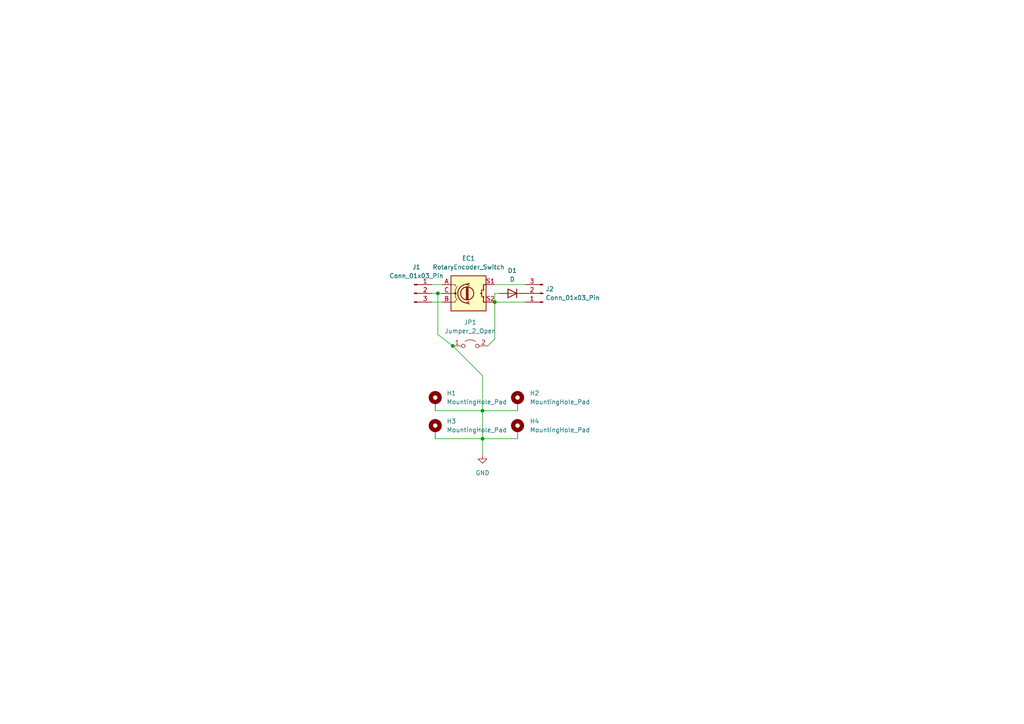
<source format=kicad_sch>
(kicad_sch (version 20230121) (generator eeschema)
  (paper "A4")
  (lib_symbols
    (symbol "Connector:Conn_01x03_Pin" (pin_names (offset 1.016) hide)
      (property "Reference" "J" (at 0 5.08 0))
      (property "Value" "Conn_01x03_Pin" (at 0 -5.08 0))
      (symbol "Conn_01x03_Pin_1_1"
        (polyline (pts (xy 1.27 -2.54) (xy 0.8636 -2.54)) (stroke (width 0.1524)))
        (polyline (pts (xy 1.27 0) (xy 0.8636 0)) (stroke (width 0.1524)))
        (polyline (pts (xy 1.27 2.54) (xy 0.8636 2.54)) (stroke (width 0.1524)))
        (rectangle (start 0.8636 -2.413) (end 0 -2.667) (stroke (width 0.1524)) (fill (type outline)))
        (rectangle (start 0.8636 0.127) (end 0 -0.127) (stroke (width 0.1524)) (fill (type outline)))
        (rectangle (start 0.8636 2.667) (end 0 2.413) (stroke (width 0.1524)) (fill (type outline)))
        (pin passive line (at 5.08 2.54 180) (length 3.81) (name "Pin_1") (number "1"))
        (pin passive line (at 5.08 0 180) (length 3.81) (name "Pin_2") (number "2"))
        (pin passive line (at 5.08 -2.54 180) (length 3.81) (name "Pin_3") (number "3"))
      )
    )
    (symbol "Device:D" (pin_numbers hide) (pin_names (offset 1.016) hide)
      (property "Reference" "D" (at 0 2.54 0))
      (property "Value" "D" (at 0 -2.54 0))
      (symbol "D_0_1"
        (polyline (pts (xy -1.27 1.27) (xy -1.27 -1.27)) (stroke (width 0.254)))
        (polyline (pts (xy 1.27 0) (xy -1.27 0)))
        (polyline (pts (xy 1.27 1.27) (xy 1.27 -1.27) (xy -1.27 0) (xy 1.27 1.27)) (stroke (width 0.254)))
      )
      (symbol "D_1_1"
        (pin passive line (at -3.81 0 0) (length 2.54) (name "K") (number "1"))
        (pin passive line (at 3.81 0 180) (length 2.54) (name "A") (number "2"))
      )
    )
    (symbol "Device:RotaryEncoder_Switch" (pin_names (offset 0.254) hide)
      (property "Reference" "SW" (at 0 6.604 0))
      (property "Value" "RotaryEncoder_Switch" (at 0 -6.604 0))
      (symbol "RotaryEncoder_Switch_0_1"
        (rectangle (start -5.08 5.08) (end 5.08 -5.08) (stroke (width 0.254)) (fill (type background)))
        (circle (center -3.81 0) (radius 0.254) (fill (type outline)))
        (circle (center -0.381 0) (radius 1.905) (stroke (width 0.254)))
        (arc (start -0.381 2.667) (mid -3.0988 -0.0635) (end -0.381 -2.794) (stroke (width 0.254)))
        (polyline (pts (xy -0.635 -1.778) (xy -0.635 1.778)) (stroke (width 0.254)))
        (polyline (pts (xy -0.381 -1.778) (xy -0.381 1.778)) (stroke (width 0.254)))
        (polyline (pts (xy -0.127 1.778) (xy -0.127 -1.778)) (stroke (width 0.254)))
        (polyline (pts (xy 3.81 0) (xy 3.429 0)) (stroke (width 0.254)))
        (polyline (pts (xy 3.81 1.016) (xy 3.81 -1.016)) (stroke (width 0.254)))
        (polyline (pts (xy -5.08 -2.54) (xy -3.81 -2.54) (xy -3.81 -2.032)))
        (polyline (pts (xy -5.08 2.54) (xy -3.81 2.54) (xy -3.81 2.032)))
        (polyline (pts (xy 0.254 -3.048) (xy -0.508 -2.794) (xy 0.127 -2.413)) (stroke (width 0.254)))
        (polyline (pts (xy 0.254 2.921) (xy -0.508 2.667) (xy 0.127 2.286)) (stroke (width 0.254)))
        (polyline (pts (xy 5.08 -2.54) (xy 4.318 -2.54) (xy 4.318 -1.016)) (stroke (width 0.254)))
        (polyline (pts (xy 5.08 2.54) (xy 4.318 2.54) (xy 4.318 1.016)) (stroke (width 0.254)))
        (polyline (pts (xy -5.08 0) (xy -3.81 0) (xy -3.81 -1.016) (xy -3.302 -2.032)))
        (polyline (pts (xy -4.318 0) (xy -3.81 0) (xy -3.81 1.016) (xy -3.302 2.032)))
        (circle (center 4.318 -1.016) (radius 0.127) (stroke (width 0.254)))
        (circle (center 4.318 1.016) (radius 0.127) (stroke (width 0.254)))
      )
      (symbol "RotaryEncoder_Switch_1_1"
        (pin passive line (at -7.62 2.54 0) (length 2.54) (name "A") (number "A"))
        (pin passive line (at -7.62 -2.54 0) (length 2.54) (name "B") (number "B"))
        (pin passive line (at -7.62 0 0) (length 2.54) (name "C") (number "C"))
        (pin passive line (at 7.62 2.54 180) (length 2.54) (name "S1") (number "S1"))
        (pin passive line (at 7.62 -2.54 180) (length 2.54) (name "S2") (number "S2"))
      )
    )
    (symbol "Jumper:Jumper_2_Open" (pin_names (offset 0) hide)
      (property "Reference" "JP" (at 0 2.794 0))
      (property "Value" "Jumper_2_Open" (at 0 -2.286 0))
      (symbol "Jumper_2_Open_0_0"
        (circle (center -2.032 0) (radius 0.508))
        (circle (center 2.032 0) (radius 0.508))
      )
      (symbol "Jumper_2_Open_0_1"
        (arc (start 1.524 1.27) (mid 0 1.778) (end -1.524 1.27))
      )
      (symbol "Jumper_2_Open_1_1"
        (pin passive line (at -5.08 0 0) (length 2.54) (name "A") (number "1"))
        (pin passive line (at 5.08 0 180) (length 2.54) (name "B") (number "2"))
      )
    )
    (symbol "Mechanical:MountingHole_Pad" (pin_numbers hide) (pin_names (offset 1.016) hide)
      (property "Reference" "H" (at 0 6.35 0))
      (property "Value" "MountingHole_Pad" (at 0 4.445 0))
      (symbol "MountingHole_Pad_0_1"
        (circle (center 0 1.27) (radius 1.27) (stroke (width 1.27)))
      )
      (symbol "MountingHole_Pad_1_1"
        (pin input line (at 0 -2.54 90) (length 2.54) (name "1") (number "1"))
      )
    )
    (symbol "power:GND" (power) (pin_names (offset 0))
      (property "Value" "GND" (at 0 -3.81 0))
      (symbol "GND_0_1"
        (polyline (pts (xy 0 0) (xy 0 -1.27) (xy 1.27 -1.27) (xy 0 -2.54) (xy -1.27 -1.27) (xy 0 -1.27)))
      )
      (symbol "GND_1_1"
        (pin power_in line (at 0 0 270) (length 0) hide (name "GND") (number "1"))
      )
    )
  )
  (junction (at 139.954 127.254))
  (junction (at 143.51 87.63))
  (junction (at 139.954 119.126))
  (junction (at 127 85.09))
  (junction (at 131.318 100.33))
  (wire (pts (xy 127 97.028) (xy 131.318 100.33)))
  (wire (pts (xy 127 85.09) (xy 127 97.028)))
  (wire (pts (xy 127 85.09) (xy 128.27 85.09)))
  (wire (pts (xy 139.954 119.126) (xy 150.114 119.126)))
  (wire (pts (xy 139.954 127.254) (xy 150.114 127.254)))
  (wire (pts (xy 126.238 119.126) (xy 139.954 119.126)))
  (wire (pts (xy 139.954 119.126) (xy 139.954 127.254)))
  (wire (pts (xy 125.222 82.55) (xy 128.27 82.55)))
  (wire (pts (xy 125.222 85.09) (xy 127 85.09)))
  (wire (pts (xy 143.51 87.63) (xy 143.51 98.298)))
  (wire (pts (xy 139.954 119.126) (xy 139.954 108.966)))
  (wire (pts (xy 143.51 87.63) (xy 152.4 87.63)))
  (wire (pts (xy 139.954 127.254) (xy 139.954 131.826)))
  (wire (pts (xy 139.954 108.966) (xy 131.318 100.33)))
  (wire (pts (xy 126.238 127.254) (xy 139.954 127.254)))
  (wire (pts (xy 143.51 85.09) (xy 143.51 87.63)))
  (wire (pts (xy 143.51 98.298) (xy 141.478 100.33)))
  (wire (pts (xy 143.51 85.09) (xy 144.78 85.09)))
  (wire (pts (xy 143.51 82.55) (xy 152.4 82.55)))
  (wire (pts (xy 125.222 87.63) (xy 128.27 87.63)))
  (symbol (lib_id "Jumper:Jumper_2_Open") (at 136.398 100.33 0) (unit 1)
    (property "Reference" "JP1" (at 136.398 93.472 0))
    (property "Value" "Jumper_2_Open" (at 136.398 96.012 0))
    (property "Footprint" "Jumper:SolderJumper-2_P1.3mm_Open_TrianglePad1.0x1.5mm" (effects hide))
  )
  (symbol (lib_id "Connector:Conn_01x03_Pin") (at 120.142 85.09 0) (unit 1)
    (property "Reference" "J1" (at 120.777 77.47 0))
    (property "Value" "Conn_01x03_Pin" (at 120.777 80.01 0))
    (property "Footprint" "Connector_PinHeader_2.54mm:PinHeader_1x03_P2.54mm_Vertical" (effects hide))
  )
  (symbol (lib_id "Device:D") (at 148.59 85.09 180) (unit 1)
    (property "Reference" "D1" (at 148.59 78.486 0))
    (property "Value" "D" (at 148.59 81.026 0))
    (property "Footprint" "Diode_SMD:D_SOD-123" (effects hide))
    (property "Sim.Device" "D" (effects hide))
    (property "Sim.Pins" "1=K 2=A" (effects hide))
  )
  (symbol (lib_id "Mechanical:MountingHole_Pad") (at 126.238 124.714 0) (unit 1)
    (property "Reference" "H3" (at 129.54 122.174 0) (effects (justify left)))
    (property "Value" "MountingHole_Pad" (at 129.54 124.714 0) (effects (justify left)))
  )
  (symbol (lib_id "Connector:Conn_01x03_Pin") (at 157.48 85.09 180) (unit 1)
    (property "Reference" "J2" (at 158.242 83.82 0) (effects (justify right)))
    (property "Value" "Conn_01x03_Pin" (at 158.242 86.36 0) (effects (justify right)))
    (property "Footprint" "Connector_PinHeader_2.54mm:PinHeader_1x03_P2.54mm_Vertical" (effects hide))
  )
  (symbol (lib_id "Mechanical:MountingHole_Pad") (at 126.238 116.586 0) (unit 1)
    (property "Reference" "H1" (at 129.54 114.046 0) (effects (justify left)))
    (property "Value" "MountingHole_Pad" (at 129.54 116.586 0) (effects (justify left)))
  )
  (symbol (lib_id "power:GND") (at 139.954 131.826 0) (unit 1)
    (property "Reference" "#PWR01" (effects hide))
    (property "Value" "GND" (at 139.954 137.16 0))
  )
  (symbol (lib_id "Mechanical:MountingHole_Pad") (at 150.114 116.586 0) (unit 1)
    (property "Reference" "H2" (at 153.67 114.046 0) (effects (justify left)))
    (property "Value" "MountingHole_Pad" (at 153.67 116.586 0) (effects (justify left)))
  )
  (symbol (lib_id "Mechanical:MountingHole_Pad") (at 150.114 124.714 0) (unit 1)
    (property "Reference" "H4" (at 153.67 122.174 0) (effects (justify left)))
    (property "Value" "MountingHole_Pad" (at 153.67 124.714 0) (effects (justify left)))
  )
  (symbol (lib_id "Device:RotaryEncoder_Switch") (at 135.89 85.09 0) (unit 1)
    (property "Reference" "EC1" (at 135.89 74.93 0))
    (property "Value" "RotaryEncoder_Switch" (at 135.89 77.47 0))
    (property "Footprint" "Rotary_Encoder:RotaryEncoder_Alps_EC11E-Switch_Vertical_H20mm_CircularMountingHoles" (effects hide))
  )
)
</source>
